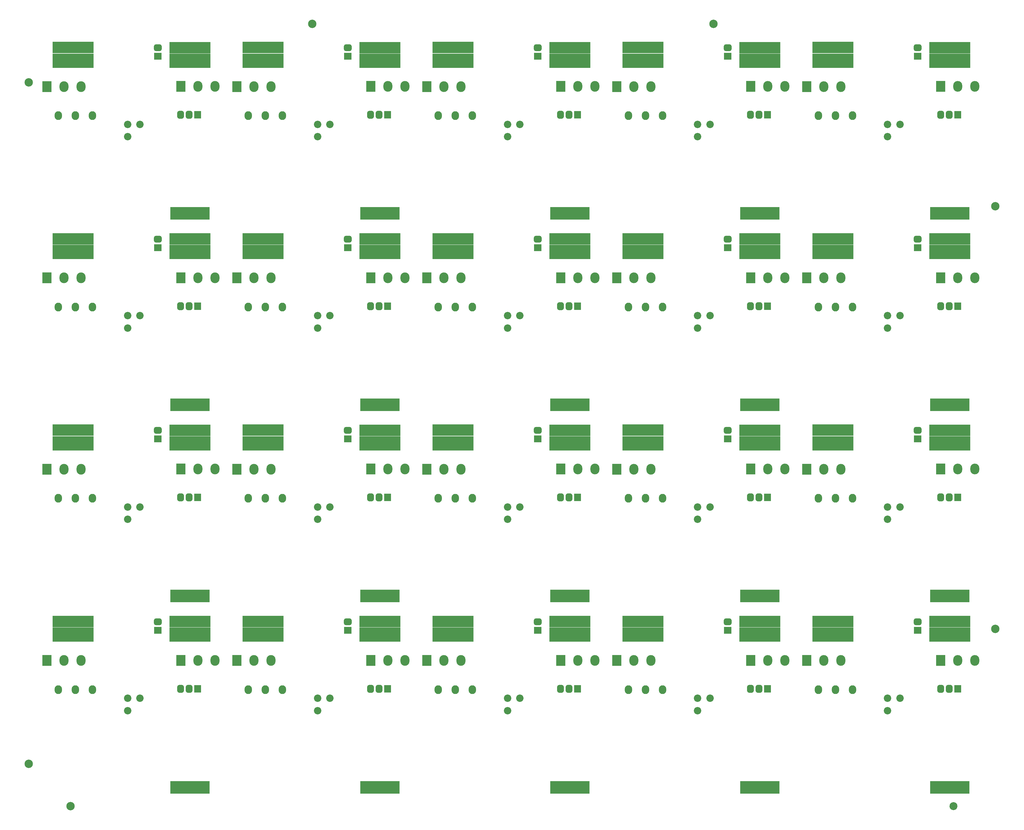
<source format=gbs>
G04*
G04 #@! TF.GenerationSoftware,Altium Limited,Altium Designer,22.11.1 (43)*
G04*
G04 Layer_Color=16711935*
%FSTAX26Y26*%
%MOIN*%
G70*
G04*
G04 #@! TF.SameCoordinates,AA770BCE-04E6-4DAC-A3A7-18814E9E4FF3*
G04*
G04*
G04 #@! TF.FilePolarity,Negative*
G04*
G01*
G75*
%ADD78C,0.098425*%
%ADD79C,0.093228*%
%ADD101O,0.086740X0.102488*%
%ADD102R,0.106425X0.126110*%
%ADD103O,0.106425X0.126110*%
%ADD104C,0.086740*%
%ADD105R,0.078866X0.090677*%
G04:AMPARAMS|DCode=106|XSize=78.866mil|YSize=90.677mil|CornerRadius=21.716mil|HoleSize=0mil|Usage=FLASHONLY|Rotation=180.000|XOffset=0mil|YOffset=0mil|HoleType=Round|Shape=RoundedRectangle|*
%AMROUNDEDRECTD106*
21,1,0.078866,0.047244,0,0,180.0*
21,1,0.035433,0.090677,0,0,180.0*
1,1,0.043433,-0.017717,0.023622*
1,1,0.043433,0.017717,0.023622*
1,1,0.043433,0.017717,-0.023622*
1,1,0.043433,-0.017717,-0.023622*
%
%ADD106ROUNDEDRECTD106*%
G04:AMPARAMS|DCode=107|XSize=78.866mil|YSize=90.677mil|CornerRadius=21.716mil|HoleSize=0mil|Usage=FLASHONLY|Rotation=90.000|XOffset=0mil|YOffset=0mil|HoleType=Round|Shape=RoundedRectangle|*
%AMROUNDEDRECTD107*
21,1,0.078866,0.047244,0,0,90.0*
21,1,0.035433,0.090677,0,0,90.0*
1,1,0.043433,0.023622,0.017717*
1,1,0.043433,0.023622,-0.017717*
1,1,0.043433,-0.023622,-0.017717*
1,1,0.043433,-0.023622,0.017717*
%
%ADD107ROUNDEDRECTD107*%
%ADD108R,0.090677X0.078866*%
%ADD109R,0.480441X0.133984*%
%ADD110R,0.460756X0.145795*%
%ADD111R,0.480441X0.165480*%
D78*
X03225279Y09077735D02*
D03*
X07930279Y09077735D02*
D03*
X-00098483Y003937D02*
D03*
X00393512Y-00101861D02*
D03*
X11233266Y01977928D02*
D03*
X11233266Y06937928D02*
D03*
X-00099298Y08389491D02*
D03*
D79*
X10743266Y-00101861D02*
D03*
D101*
X0045Y01264844D02*
D03*
X0065D02*
D03*
X0025D02*
D03*
X02677001D02*
D03*
X02877001D02*
D03*
X02477001D02*
D03*
X04904002D02*
D03*
X05104002D02*
D03*
X04704002D02*
D03*
X07131002D02*
D03*
X07331002D02*
D03*
X06931002D02*
D03*
X09358003D02*
D03*
X09558003D02*
D03*
X09158003D02*
D03*
X0045Y03509688D02*
D03*
X0065D02*
D03*
X0025D02*
D03*
X02677001D02*
D03*
X02877001D02*
D03*
X02477001D02*
D03*
X04904002D02*
D03*
X05104002D02*
D03*
X04704002D02*
D03*
X07131002D02*
D03*
X07331002D02*
D03*
X06931002D02*
D03*
X09358003D02*
D03*
X09558003D02*
D03*
X09158003D02*
D03*
X0045Y05754532D02*
D03*
X0065D02*
D03*
X0025D02*
D03*
X02677001D02*
D03*
X02877001D02*
D03*
X02477001D02*
D03*
X04904002D02*
D03*
X05104002D02*
D03*
X04704002D02*
D03*
X07131002D02*
D03*
X07331002D02*
D03*
X06931002D02*
D03*
X09358003D02*
D03*
X09558003D02*
D03*
X09158003D02*
D03*
X0045Y07999376D02*
D03*
X0065D02*
D03*
X0025D02*
D03*
X02677001D02*
D03*
X02877001D02*
D03*
X02477001D02*
D03*
X04904002D02*
D03*
X05104002D02*
D03*
X04704002D02*
D03*
X07131002D02*
D03*
X07331002D02*
D03*
X06931002D02*
D03*
X09358003D02*
D03*
X09558003D02*
D03*
X09158003D02*
D03*
D102*
X00116001Y01605844D02*
D03*
X01685783Y0160766D02*
D03*
X02343001Y01605844D02*
D03*
X03912784Y0160766D02*
D03*
X04570002Y01605844D02*
D03*
X06139784Y0160766D02*
D03*
X06797002Y01605844D02*
D03*
X08366785Y0160766D02*
D03*
X09024003Y01605844D02*
D03*
X10593785Y0160766D02*
D03*
X00116001Y03850688D02*
D03*
X01685783Y03852504D02*
D03*
X02343001Y03850688D02*
D03*
X03912784Y03852504D02*
D03*
X04570002Y03850688D02*
D03*
X06139784Y03852504D02*
D03*
X06797002Y03850688D02*
D03*
X08366785Y03852504D02*
D03*
X09024003Y03850688D02*
D03*
X10593785Y03852504D02*
D03*
X00116001Y06095532D02*
D03*
X01685783Y06097348D02*
D03*
X02343001Y06095532D02*
D03*
X03912784Y06097348D02*
D03*
X04570002Y06095532D02*
D03*
X06139784Y06097348D02*
D03*
X06797002Y06095532D02*
D03*
X08366785Y06097348D02*
D03*
X09024003Y06095532D02*
D03*
X10593785Y06097348D02*
D03*
X00116001Y08340376D02*
D03*
X01685783Y08342192D02*
D03*
X02343001Y08340376D02*
D03*
X03912784Y08342192D02*
D03*
X04570002Y08340376D02*
D03*
X06139784Y08342192D02*
D03*
X06797002Y08340376D02*
D03*
X08366785Y08342192D02*
D03*
X09024003Y08340376D02*
D03*
X10593785Y08342192D02*
D03*
D103*
X00316001Y01605844D02*
D03*
X00516001D02*
D03*
X02085783Y0160766D02*
D03*
X01885783D02*
D03*
X02543001Y01605844D02*
D03*
X02743001D02*
D03*
X04312784Y0160766D02*
D03*
X04112784D02*
D03*
X04770002Y01605844D02*
D03*
X04970002D02*
D03*
X06539784Y0160766D02*
D03*
X06339784D02*
D03*
X06997002Y01605844D02*
D03*
X07197002D02*
D03*
X08766785Y0160766D02*
D03*
X08566785D02*
D03*
X09224003Y01605844D02*
D03*
X09424003D02*
D03*
X10993785Y0160766D02*
D03*
X10793785D02*
D03*
X00316001Y03850688D02*
D03*
X00516001D02*
D03*
X02085783Y03852504D02*
D03*
X01885783D02*
D03*
X02543001Y03850688D02*
D03*
X02743001D02*
D03*
X04312784Y03852504D02*
D03*
X04112784D02*
D03*
X04770002Y03850688D02*
D03*
X04970002D02*
D03*
X06539784Y03852504D02*
D03*
X06339784D02*
D03*
X06997002Y03850688D02*
D03*
X07197002D02*
D03*
X08766785Y03852504D02*
D03*
X08566785D02*
D03*
X09224003Y03850688D02*
D03*
X09424003D02*
D03*
X10993785Y03852504D02*
D03*
X10793785D02*
D03*
X00316001Y06095532D02*
D03*
X00516001D02*
D03*
X02085783Y06097348D02*
D03*
X01885783D02*
D03*
X02543001Y06095532D02*
D03*
X02743001D02*
D03*
X04312784Y06097348D02*
D03*
X04112784D02*
D03*
X04770002Y06095532D02*
D03*
X04970002D02*
D03*
X06539784Y06097348D02*
D03*
X06339784D02*
D03*
X06997002Y06095532D02*
D03*
X07197002D02*
D03*
X08766785Y06097348D02*
D03*
X08566785D02*
D03*
X09224003Y06095532D02*
D03*
X09424003D02*
D03*
X10993785Y06097348D02*
D03*
X10793785D02*
D03*
X00316001Y08340376D02*
D03*
X00516001D02*
D03*
X02085783Y08342192D02*
D03*
X01885783D02*
D03*
X02543001Y08340376D02*
D03*
X02743001D02*
D03*
X04312784Y08342192D02*
D03*
X04112784D02*
D03*
X04770002Y08340376D02*
D03*
X04970002D02*
D03*
X06539784Y08342192D02*
D03*
X06339784D02*
D03*
X06997002Y08340376D02*
D03*
X07197002D02*
D03*
X08766785Y08342192D02*
D03*
X08566785D02*
D03*
X09224003Y08340376D02*
D03*
X09424003D02*
D03*
X10993785Y08342192D02*
D03*
X10793785D02*
D03*
D104*
X01206501Y01163344D02*
D03*
X01061501D02*
D03*
Y01018344D02*
D03*
X03433501Y01163344D02*
D03*
X03288501D02*
D03*
Y01018344D02*
D03*
X05660502Y01163344D02*
D03*
X05515502D02*
D03*
Y01018344D02*
D03*
X07887502Y01163344D02*
D03*
X07742502D02*
D03*
Y01018344D02*
D03*
X10114503Y01163344D02*
D03*
X09969503D02*
D03*
Y01018344D02*
D03*
X01206501Y03408188D02*
D03*
X01061501D02*
D03*
Y03263188D02*
D03*
X03433501Y03408188D02*
D03*
X03288501D02*
D03*
Y03263188D02*
D03*
X05660502Y03408188D02*
D03*
X05515502D02*
D03*
Y03263188D02*
D03*
X07887502Y03408188D02*
D03*
X07742502D02*
D03*
Y03263188D02*
D03*
X10114503Y03408188D02*
D03*
X09969503D02*
D03*
Y03263188D02*
D03*
X01206501Y05653032D02*
D03*
X01061501D02*
D03*
Y05508032D02*
D03*
X03433501Y05653032D02*
D03*
X03288501D02*
D03*
Y05508032D02*
D03*
X05660502Y05653032D02*
D03*
X05515502D02*
D03*
Y05508032D02*
D03*
X07887502Y05653032D02*
D03*
X07742502D02*
D03*
Y05508032D02*
D03*
X10114503Y05653032D02*
D03*
X09969503D02*
D03*
Y05508032D02*
D03*
X01206501Y07897876D02*
D03*
X01061501D02*
D03*
Y07752876D02*
D03*
X03433501Y07897876D02*
D03*
X03288501D02*
D03*
Y07752876D02*
D03*
X05660502Y07897876D02*
D03*
X05515502D02*
D03*
Y07752876D02*
D03*
X07887502Y07897876D02*
D03*
X07742502D02*
D03*
Y07752876D02*
D03*
X10114503Y07897876D02*
D03*
X09969503D02*
D03*
Y07752876D02*
D03*
D105*
X01883001Y01274844D02*
D03*
X04110001D02*
D03*
X06337002D02*
D03*
X08564002D02*
D03*
X10791003D02*
D03*
X01883001Y03519688D02*
D03*
X04110001D02*
D03*
X06337002D02*
D03*
X08564002D02*
D03*
X10791003D02*
D03*
X01883001Y05764532D02*
D03*
X04110001D02*
D03*
X06337002D02*
D03*
X08564002D02*
D03*
X10791003D02*
D03*
X01883001Y08009376D02*
D03*
X04110001D02*
D03*
X06337002D02*
D03*
X08564002D02*
D03*
X10791003D02*
D03*
D106*
X01783001Y01274844D02*
D03*
X01683001D02*
D03*
X04010001D02*
D03*
X03910001D02*
D03*
X06237002D02*
D03*
X06137002D02*
D03*
X08464002D02*
D03*
X08364002D02*
D03*
X10691003D02*
D03*
X10591003D02*
D03*
X01783001Y03519688D02*
D03*
X01683001D02*
D03*
X04010001D02*
D03*
X03910001D02*
D03*
X06237002D02*
D03*
X06137002D02*
D03*
X08464002D02*
D03*
X08364002D02*
D03*
X10691003D02*
D03*
X10591003D02*
D03*
X01783001Y05764532D02*
D03*
X01683001D02*
D03*
X04010001D02*
D03*
X03910001D02*
D03*
X06237002D02*
D03*
X06137002D02*
D03*
X08464002D02*
D03*
X08364002D02*
D03*
X10691003D02*
D03*
X10591003D02*
D03*
X01783001Y08009376D02*
D03*
X01683001D02*
D03*
X04010001D02*
D03*
X03910001D02*
D03*
X06237002D02*
D03*
X06137002D02*
D03*
X08464002D02*
D03*
X08364002D02*
D03*
X10691003D02*
D03*
X10591003D02*
D03*
D107*
X01416001Y02061844D02*
D03*
X03643001D02*
D03*
X05870002D02*
D03*
X08097002D02*
D03*
X10324003D02*
D03*
X01416001Y04306688D02*
D03*
X03643001D02*
D03*
X05870002D02*
D03*
X08097002D02*
D03*
X10324003D02*
D03*
X01416001Y06551532D02*
D03*
X03643001D02*
D03*
X05870002D02*
D03*
X08097002D02*
D03*
X10324003D02*
D03*
X01416001Y08796376D02*
D03*
X03643001D02*
D03*
X05870002D02*
D03*
X08097002D02*
D03*
X10324003D02*
D03*
D108*
X01416001Y01961844D02*
D03*
X03643001D02*
D03*
X05870002D02*
D03*
X08097002D02*
D03*
X10324003D02*
D03*
X01416001Y04206688D02*
D03*
X03643001D02*
D03*
X05870002D02*
D03*
X08097002D02*
D03*
X10324003D02*
D03*
X01416001Y06451532D02*
D03*
X03643001D02*
D03*
X05870002D02*
D03*
X08097002D02*
D03*
X10324003D02*
D03*
X01416001Y08696376D02*
D03*
X03643001D02*
D03*
X05870002D02*
D03*
X08097002D02*
D03*
X10324003D02*
D03*
D109*
X00421Y02064844D02*
D03*
X01792001Y02062844D02*
D03*
X02648001Y02064844D02*
D03*
X04019001Y02062844D02*
D03*
X04875002Y02064844D02*
D03*
X06246002Y02062844D02*
D03*
X07102002Y02064844D02*
D03*
X08473002Y02062844D02*
D03*
X09329003Y02064844D02*
D03*
X10700003Y02062844D02*
D03*
X00421Y04309688D02*
D03*
X01792001Y04307688D02*
D03*
X02648001Y04309688D02*
D03*
X04019001Y04307688D02*
D03*
X04875002Y04309688D02*
D03*
X06246002Y04307688D02*
D03*
X07102002Y04309688D02*
D03*
X08473002Y04307688D02*
D03*
X09329003Y04309688D02*
D03*
X10700003Y04307688D02*
D03*
X00421Y06554532D02*
D03*
X01792001Y06552532D02*
D03*
X02648001Y06554532D02*
D03*
X04019001Y06552532D02*
D03*
X04875002Y06554532D02*
D03*
X06246002Y06552532D02*
D03*
X07102002Y06554532D02*
D03*
X08473002Y06552532D02*
D03*
X09329003Y06554532D02*
D03*
X10700003Y06552532D02*
D03*
X00421Y08799376D02*
D03*
X01792001Y08797376D02*
D03*
X02648001Y08799376D02*
D03*
X04019001Y08797376D02*
D03*
X04875002Y08799376D02*
D03*
X06246002Y08797376D02*
D03*
X07102002Y08799376D02*
D03*
X08473002Y08797376D02*
D03*
X09329003Y08799376D02*
D03*
X10700003Y08797376D02*
D03*
D110*
X01792001Y00117844D02*
D03*
X04019001D02*
D03*
X06246002D02*
D03*
X08473002D02*
D03*
X10700003D02*
D03*
X01792001Y02362688D02*
D03*
X04019001D02*
D03*
X06246002D02*
D03*
X08473002D02*
D03*
X10700003D02*
D03*
X01792001Y04607532D02*
D03*
X04019001D02*
D03*
X06246002D02*
D03*
X08473002D02*
D03*
X10700003D02*
D03*
X01792001Y06852376D02*
D03*
X04019001D02*
D03*
X06246002D02*
D03*
X08473002D02*
D03*
X10700003D02*
D03*
D111*
X01792001Y01909844D02*
D03*
X00421D02*
D03*
X04019001D02*
D03*
X02648001D02*
D03*
X06246002D02*
D03*
X04875002D02*
D03*
X08473002D02*
D03*
X07102002D02*
D03*
X10700003D02*
D03*
X09329003D02*
D03*
X01792001Y04154688D02*
D03*
X00421D02*
D03*
X04019001D02*
D03*
X02648001D02*
D03*
X06246002D02*
D03*
X04875002D02*
D03*
X08473002D02*
D03*
X07102002D02*
D03*
X10700003D02*
D03*
X09329003D02*
D03*
X01792001Y06399532D02*
D03*
X00421D02*
D03*
X04019001D02*
D03*
X02648001D02*
D03*
X06246002D02*
D03*
X04875002D02*
D03*
X08473002D02*
D03*
X07102002D02*
D03*
X10700003D02*
D03*
X09329003D02*
D03*
X01792001Y08644376D02*
D03*
X00421D02*
D03*
X04019001D02*
D03*
X02648001D02*
D03*
X06246002D02*
D03*
X04875002D02*
D03*
X08473002D02*
D03*
X07102002D02*
D03*
X10700003D02*
D03*
X09329003D02*
D03*
M02*

</source>
